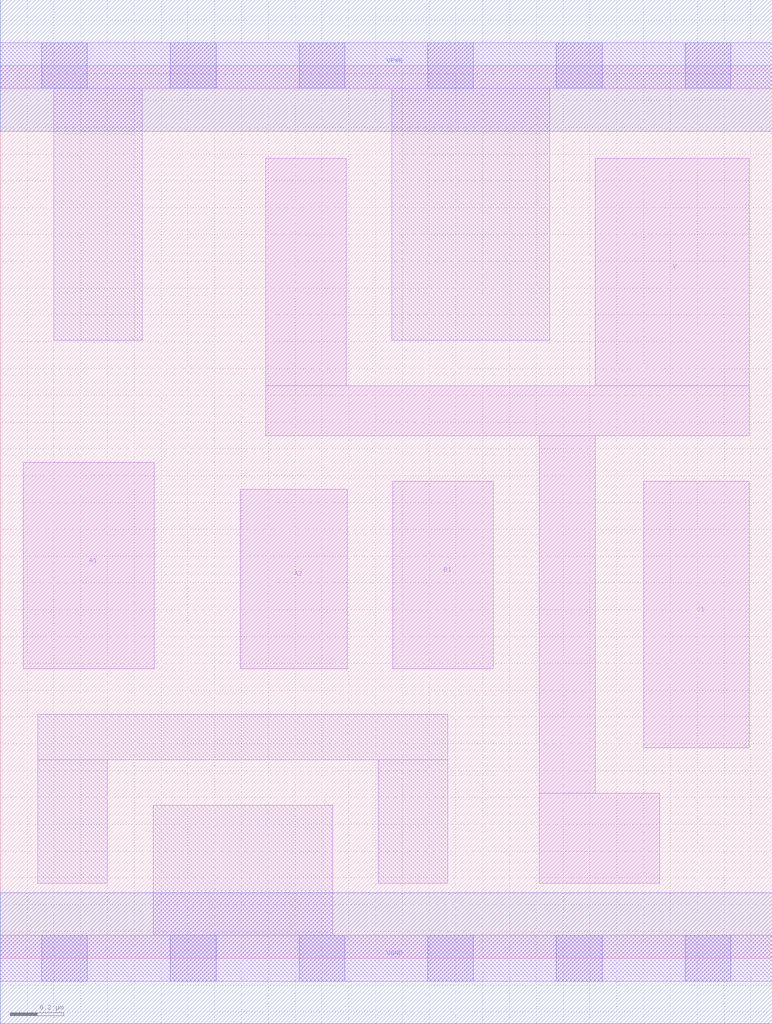
<source format=lef>
# Copyright 2020 The SkyWater PDK Authors
#
# Licensed under the Apache License, Version 2.0 (the "License");
# you may not use this file except in compliance with the License.
# You may obtain a copy of the License at
#
#     https://www.apache.org/licenses/LICENSE-2.0
#
# Unless required by applicable law or agreed to in writing, software
# distributed under the License is distributed on an "AS IS" BASIS,
# WITHOUT WARRANTIES OR CONDITIONS OF ANY KIND, either express or implied.
# See the License for the specific language governing permissions and
# limitations under the License.
#
# SPDX-License-Identifier: Apache-2.0

VERSION 5.7 ;
  NOWIREEXTENSIONATPIN ON ;
  DIVIDERCHAR "/" ;
  BUSBITCHARS "[]" ;
UNITS
  DATABASE MICRONS 200 ;
END UNITS
MACRO sky130_fd_sc_lp__o211ai_0
  CLASS CORE ;
  FOREIGN sky130_fd_sc_lp__o211ai_0 ;
  ORIGIN  0.000000  0.000000 ;
  SIZE  2.880000 BY  3.330000 ;
  SYMMETRY X Y R90 ;
  SITE unit ;
  PIN A1
    ANTENNAGATEAREA  0.159000 ;
    DIRECTION INPUT ;
    USE SIGNAL ;
    PORT
      LAYER li1 ;
        RECT 0.085000 1.080000 0.575000 1.850000 ;
    END
  END A1
  PIN A2
    ANTENNAGATEAREA  0.159000 ;
    DIRECTION INPUT ;
    USE SIGNAL ;
    PORT
      LAYER li1 ;
        RECT 0.895000 1.080000 1.295000 1.750000 ;
    END
  END A2
  PIN B1
    ANTENNAGATEAREA  0.159000 ;
    DIRECTION INPUT ;
    USE SIGNAL ;
    PORT
      LAYER li1 ;
        RECT 1.465000 1.080000 1.840000 1.780000 ;
    END
  END B1
  PIN C1
    ANTENNAGATEAREA  0.159000 ;
    DIRECTION INPUT ;
    USE SIGNAL ;
    PORT
      LAYER li1 ;
        RECT 2.400000 0.785000 2.795000 1.780000 ;
    END
  END C1
  PIN Y
    ANTENNADIFFAREA  0.460100 ;
    DIRECTION OUTPUT ;
    USE SIGNAL ;
    PORT
      LAYER li1 ;
        RECT 0.990000 1.950000 2.795000 2.135000 ;
        RECT 0.990000 2.135000 1.290000 2.985000 ;
        RECT 2.010000 0.280000 2.460000 0.615000 ;
        RECT 2.010000 0.615000 2.220000 1.950000 ;
        RECT 2.220000 2.135000 2.795000 2.985000 ;
    END
  END Y
  PIN VGND
    DIRECTION INOUT ;
    USE GROUND ;
    PORT
      LAYER met1 ;
        RECT 0.000000 -0.245000 2.880000 0.245000 ;
    END
  END VGND
  PIN VPWR
    DIRECTION INOUT ;
    USE POWER ;
    PORT
      LAYER met1 ;
        RECT 0.000000 3.085000 2.880000 3.575000 ;
    END
  END VPWR
  OBS
    LAYER li1 ;
      RECT 0.000000 -0.085000 2.880000 0.085000 ;
      RECT 0.000000  3.245000 2.880000 3.415000 ;
      RECT 0.140000  0.280000 0.400000 0.740000 ;
      RECT 0.140000  0.740000 1.670000 0.910000 ;
      RECT 0.200000  2.305000 0.530000 3.245000 ;
      RECT 0.570000  0.085000 1.240000 0.570000 ;
      RECT 1.410000  0.280000 1.670000 0.740000 ;
      RECT 1.460000  2.305000 2.050000 3.245000 ;
    LAYER mcon ;
      RECT 0.155000 -0.085000 0.325000 0.085000 ;
      RECT 0.155000  3.245000 0.325000 3.415000 ;
      RECT 0.635000 -0.085000 0.805000 0.085000 ;
      RECT 0.635000  3.245000 0.805000 3.415000 ;
      RECT 1.115000 -0.085000 1.285000 0.085000 ;
      RECT 1.115000  3.245000 1.285000 3.415000 ;
      RECT 1.595000 -0.085000 1.765000 0.085000 ;
      RECT 1.595000  3.245000 1.765000 3.415000 ;
      RECT 2.075000 -0.085000 2.245000 0.085000 ;
      RECT 2.075000  3.245000 2.245000 3.415000 ;
      RECT 2.555000 -0.085000 2.725000 0.085000 ;
      RECT 2.555000  3.245000 2.725000 3.415000 ;
  END
END sky130_fd_sc_lp__o211ai_0
END LIBRARY

</source>
